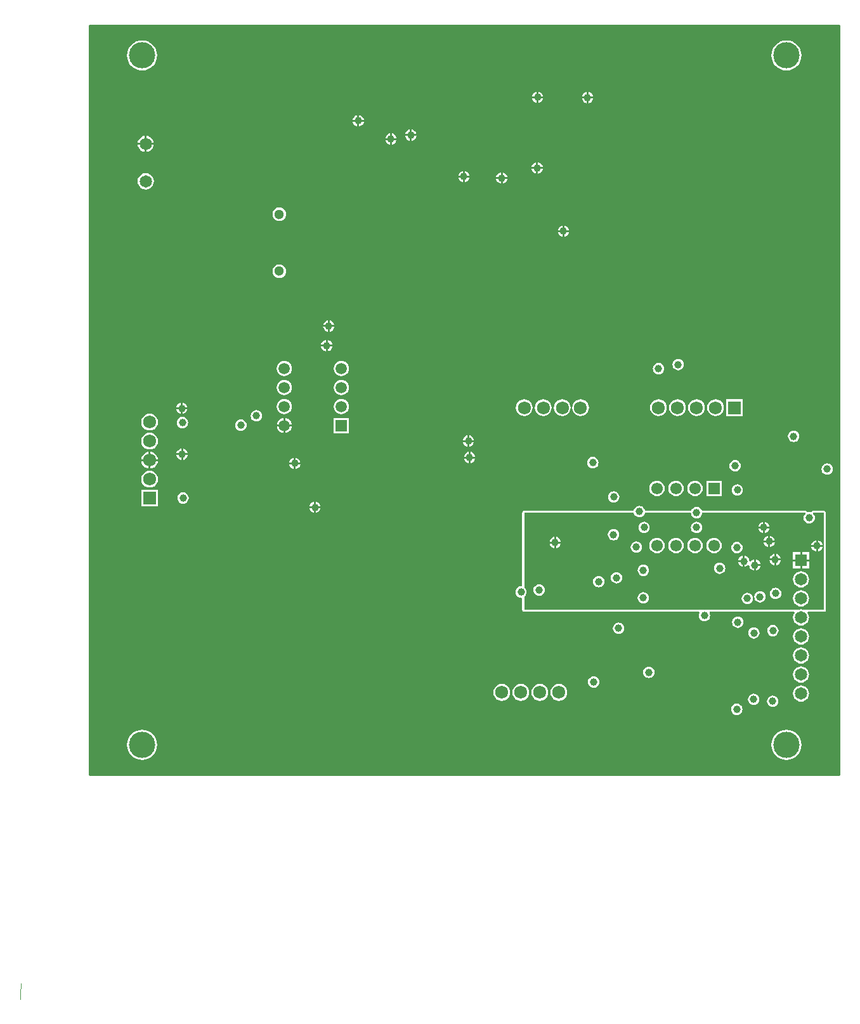
<source format=gbl>
G04*
G04 #@! TF.GenerationSoftware,Altium Limited,Altium Designer,20.2.7 (254)*
G04*
G04 Layer_Physical_Order=4*
G04 Layer_Color=16711680*
%FSLAX25Y25*%
%MOIN*%
G70*
G04*
G04 #@! TF.SameCoordinates,6A7C296C-3D1D-46A6-B2F7-2068CE29E54D*
G04*
G04*
G04 #@! TF.FilePolarity,Positive*
G04*
G01*
G75*
%ADD14C,0.01000*%
%ADD15C,0.00050*%
%ADD72C,0.06102*%
%ADD77R,0.06102X0.06102*%
%ADD86C,0.06791*%
%ADD87C,0.05118*%
%ADD88C,0.05906*%
%ADD89R,0.05906X0.05906*%
%ADD90R,0.06791X0.06791*%
%ADD91C,0.06496*%
%ADD92R,0.06496X0.06496*%
%ADD93R,0.06791X0.06791*%
%ADD94C,0.03937*%
%ADD95C,0.13780*%
G36*
X393701Y393701D02*
Y0D01*
X0D01*
Y393701D01*
X393701D01*
X393701Y393701D01*
D02*
G37*
%LPC*%
G36*
X366142Y385881D02*
X364595Y385728D01*
X363108Y385277D01*
X361737Y384545D01*
X360536Y383559D01*
X359550Y382357D01*
X358817Y380987D01*
X358366Y379499D01*
X358214Y377953D01*
X358366Y376406D01*
X358817Y374919D01*
X359550Y373548D01*
X360536Y372347D01*
X361737Y371361D01*
X363108Y370628D01*
X364595Y370177D01*
X366142Y370025D01*
X367688Y370177D01*
X369176Y370628D01*
X370546Y371361D01*
X371748Y372347D01*
X372734Y373548D01*
X373466Y374919D01*
X373917Y376406D01*
X374070Y377953D01*
X373917Y379499D01*
X373466Y380987D01*
X372734Y382357D01*
X371748Y383559D01*
X370546Y384545D01*
X369176Y385277D01*
X367688Y385728D01*
X366142Y385881D01*
D02*
G37*
G36*
X27559D02*
X26012Y385728D01*
X24525Y385277D01*
X23155Y384545D01*
X21953Y383559D01*
X20967Y382357D01*
X20235Y380987D01*
X19783Y379499D01*
X19631Y377953D01*
X19783Y376406D01*
X20235Y374919D01*
X20967Y373548D01*
X21953Y372347D01*
X23155Y371361D01*
X24525Y370628D01*
X26012Y370177D01*
X27559Y370025D01*
X29106Y370177D01*
X30593Y370628D01*
X31964Y371361D01*
X33165Y372347D01*
X34151Y373548D01*
X34883Y374919D01*
X35335Y376406D01*
X35487Y377953D01*
X35335Y379499D01*
X34883Y380987D01*
X34151Y382357D01*
X33165Y383559D01*
X31964Y384545D01*
X30593Y385277D01*
X29106Y385728D01*
X27559Y385881D01*
D02*
G37*
G36*
X235838Y358875D02*
Y356447D01*
X238266D01*
X238230Y356722D01*
X237931Y357444D01*
X237455Y358064D01*
X236835Y358540D01*
X236113Y358839D01*
X235838Y358875D01*
D02*
G37*
G36*
X234838D02*
X234563Y358839D01*
X233841Y358540D01*
X233221Y358064D01*
X232745Y357444D01*
X232446Y356722D01*
X232410Y356447D01*
X234838D01*
Y358875D01*
D02*
G37*
G36*
X262124Y358746D02*
Y356318D01*
X264552D01*
X264516Y356593D01*
X264217Y357315D01*
X263741Y357935D01*
X263121Y358411D01*
X262399Y358710D01*
X262124Y358746D01*
D02*
G37*
G36*
X261124D02*
X260849Y358710D01*
X260127Y358411D01*
X259507Y357935D01*
X259031Y357315D01*
X258732Y356593D01*
X258696Y356318D01*
X261124D01*
Y358746D01*
D02*
G37*
G36*
X238266Y355447D02*
X235838D01*
Y353018D01*
X236113Y353055D01*
X236835Y353354D01*
X237455Y353830D01*
X237931Y354450D01*
X238230Y355172D01*
X238266Y355447D01*
D02*
G37*
G36*
X234838D02*
X232410D01*
X232446Y355172D01*
X232745Y354450D01*
X233221Y353830D01*
X233841Y353354D01*
X234563Y353055D01*
X234838Y353018D01*
Y355447D01*
D02*
G37*
G36*
X264552Y355318D02*
X262124D01*
Y352889D01*
X262399Y352926D01*
X263121Y353225D01*
X263741Y353701D01*
X264217Y354321D01*
X264516Y355043D01*
X264552Y355318D01*
D02*
G37*
G36*
X261124D02*
X258696D01*
X258732Y355043D01*
X259031Y354321D01*
X259507Y353701D01*
X260127Y353225D01*
X260849Y352926D01*
X261124Y352889D01*
Y355318D01*
D02*
G37*
G36*
X141631Y346613D02*
Y344185D01*
X144059D01*
X144023Y344460D01*
X143724Y345182D01*
X143248Y345802D01*
X142628Y346278D01*
X141906Y346577D01*
X141631Y346613D01*
D02*
G37*
G36*
X140631D02*
X140356Y346577D01*
X139634Y346278D01*
X139014Y345802D01*
X138538Y345182D01*
X138239Y344460D01*
X138202Y344185D01*
X140631D01*
Y346613D01*
D02*
G37*
G36*
X144059Y343185D02*
X141631D01*
Y340756D01*
X141906Y340793D01*
X142628Y341092D01*
X143248Y341567D01*
X143724Y342188D01*
X144023Y342910D01*
X144059Y343185D01*
D02*
G37*
G36*
X140631D02*
X138202D01*
X138239Y342910D01*
X138538Y342188D01*
X139014Y341567D01*
X139634Y341092D01*
X140356Y340793D01*
X140631Y340756D01*
Y343185D01*
D02*
G37*
G36*
X169261Y339041D02*
Y336613D01*
X171689D01*
X171653Y336888D01*
X171353Y337610D01*
X170878Y338230D01*
X170258Y338706D01*
X169536Y339005D01*
X169261Y339041D01*
D02*
G37*
G36*
X168261D02*
X167986Y339005D01*
X167263Y338706D01*
X166643Y338230D01*
X166168Y337610D01*
X165868Y336888D01*
X165832Y336613D01*
X168261D01*
Y339041D01*
D02*
G37*
G36*
X158830Y336955D02*
Y334527D01*
X161259D01*
X161223Y334802D01*
X160924Y335524D01*
X160448Y336144D01*
X159828Y336620D01*
X159106Y336919D01*
X158830Y336955D01*
D02*
G37*
G36*
X157831D02*
X157556Y336919D01*
X156834Y336620D01*
X156213Y336144D01*
X155737Y335524D01*
X155438Y334802D01*
X155402Y334527D01*
X157831D01*
Y336955D01*
D02*
G37*
G36*
X171689Y335613D02*
X169261D01*
Y333184D01*
X169536Y333221D01*
X170258Y333520D01*
X170878Y333995D01*
X171353Y334615D01*
X171653Y335338D01*
X171689Y335613D01*
D02*
G37*
G36*
X168261D02*
X165832D01*
X165868Y335338D01*
X166168Y334615D01*
X166643Y333995D01*
X167263Y333520D01*
X167986Y333221D01*
X168261Y333184D01*
Y335613D01*
D02*
G37*
G36*
X29904Y335749D02*
Y332031D01*
X33623D01*
X33543Y332640D01*
X33115Y333673D01*
X32434Y334560D01*
X31547Y335241D01*
X30514Y335669D01*
X29904Y335749D01*
D02*
G37*
G36*
X28905Y335749D02*
X28295Y335669D01*
X27262Y335241D01*
X26375Y334560D01*
X25694Y333673D01*
X25266Y332640D01*
X25186Y332031D01*
X28905D01*
Y335749D01*
D02*
G37*
G36*
X161259Y333527D02*
X158830D01*
Y331098D01*
X159106Y331135D01*
X159828Y331434D01*
X160448Y331909D01*
X160924Y332529D01*
X161223Y333252D01*
X161259Y333527D01*
D02*
G37*
G36*
X157831D02*
X155402D01*
X155438Y333252D01*
X155737Y332529D01*
X156213Y331909D01*
X156834Y331434D01*
X157556Y331135D01*
X157831Y331098D01*
Y333527D01*
D02*
G37*
G36*
X33623Y331031D02*
X29904D01*
Y327312D01*
X30514Y327392D01*
X31547Y327820D01*
X32434Y328501D01*
X33115Y329388D01*
X33543Y330422D01*
X33623Y331031D01*
D02*
G37*
G36*
X28905D02*
X25186D01*
X25266Y330422D01*
X25694Y329388D01*
X26375Y328501D01*
X27262Y327820D01*
X28295Y327392D01*
X28905Y327312D01*
Y331031D01*
D02*
G37*
G36*
X235644Y321739D02*
Y319310D01*
X238072D01*
X238036Y319585D01*
X237737Y320308D01*
X237261Y320928D01*
X236641Y321404D01*
X235919Y321703D01*
X235644Y321739D01*
D02*
G37*
G36*
X234644D02*
X234369Y321703D01*
X233647Y321404D01*
X233027Y320928D01*
X232551Y320308D01*
X232252Y319585D01*
X232216Y319310D01*
X234644D01*
Y321739D01*
D02*
G37*
G36*
X238072Y318310D02*
X235644D01*
Y315882D01*
X235919Y315918D01*
X236641Y316217D01*
X237261Y316693D01*
X237737Y317314D01*
X238036Y318036D01*
X238072Y318310D01*
D02*
G37*
G36*
X234644D02*
X232216D01*
X232252Y318036D01*
X232551Y317314D01*
X233027Y316693D01*
X233647Y316217D01*
X234369Y315918D01*
X234644Y315882D01*
Y318310D01*
D02*
G37*
G36*
X197152Y317218D02*
Y314790D01*
X199580D01*
X199544Y315065D01*
X199245Y315787D01*
X198769Y316407D01*
X198149Y316883D01*
X197427Y317182D01*
X197152Y317218D01*
D02*
G37*
G36*
X196152D02*
X195877Y317182D01*
X195155Y316883D01*
X194535Y316407D01*
X194059Y315787D01*
X193760Y315065D01*
X193723Y314790D01*
X196152D01*
Y317218D01*
D02*
G37*
G36*
X217044Y316443D02*
Y314015D01*
X219472D01*
X219436Y314289D01*
X219137Y315012D01*
X218661Y315632D01*
X218041Y316108D01*
X217319Y316407D01*
X217044Y316443D01*
D02*
G37*
G36*
X216044D02*
X215769Y316407D01*
X215047Y316108D01*
X214426Y315632D01*
X213951Y315012D01*
X213652Y314289D01*
X213615Y314015D01*
X216044D01*
Y316443D01*
D02*
G37*
G36*
X199580Y313790D02*
X197152D01*
Y311361D01*
X197427Y311398D01*
X198149Y311697D01*
X198769Y312173D01*
X199245Y312793D01*
X199544Y313515D01*
X199580Y313790D01*
D02*
G37*
G36*
X196152D02*
X193723D01*
X193760Y313515D01*
X194059Y312793D01*
X194535Y312173D01*
X195155Y311697D01*
X195877Y311398D01*
X196152Y311361D01*
Y313790D01*
D02*
G37*
G36*
X219472Y313015D02*
X217044D01*
Y310586D01*
X217319Y310623D01*
X218041Y310922D01*
X218661Y311397D01*
X219137Y312017D01*
X219436Y312740D01*
X219472Y313015D01*
D02*
G37*
G36*
X216044D02*
X213615D01*
X213652Y312740D01*
X213951Y312017D01*
X214426Y311397D01*
X215047Y310922D01*
X215769Y310623D01*
X216044Y310586D01*
Y313015D01*
D02*
G37*
G36*
X29405Y316130D02*
X28295Y315984D01*
X27262Y315556D01*
X26375Y314875D01*
X25694Y313988D01*
X25266Y312954D01*
X25120Y311845D01*
X25266Y310736D01*
X25694Y309703D01*
X26375Y308816D01*
X27262Y308135D01*
X28295Y307707D01*
X29405Y307561D01*
X30514Y307707D01*
X31547Y308135D01*
X32434Y308816D01*
X33115Y309703D01*
X33543Y310736D01*
X33689Y311845D01*
X33543Y312954D01*
X33115Y313988D01*
X32434Y314875D01*
X31547Y315556D01*
X30514Y315984D01*
X29405Y316130D01*
D02*
G37*
G36*
X99595Y298160D02*
X98666Y298037D01*
X97801Y297679D01*
X97057Y297108D01*
X96487Y296365D01*
X96128Y295499D01*
X96006Y294570D01*
X96128Y293641D01*
X96487Y292775D01*
X97057Y292032D01*
X97801Y291461D01*
X98666Y291103D01*
X99595Y290980D01*
X100525Y291103D01*
X101390Y291461D01*
X102134Y292032D01*
X102704Y292775D01*
X103063Y293641D01*
X103185Y294570D01*
X103063Y295499D01*
X102704Y296365D01*
X102134Y297108D01*
X101390Y297679D01*
X100525Y298037D01*
X99595Y298160D01*
D02*
G37*
G36*
X249433Y288508D02*
Y286080D01*
X251861D01*
X251825Y286355D01*
X251526Y287077D01*
X251050Y287697D01*
X250430Y288173D01*
X249708Y288472D01*
X249433Y288508D01*
D02*
G37*
G36*
X248433D02*
X248158Y288472D01*
X247435Y288173D01*
X246815Y287697D01*
X246340Y287077D01*
X246041Y286355D01*
X246004Y286080D01*
X248433D01*
Y288508D01*
D02*
G37*
G36*
X251861Y285080D02*
X249433D01*
Y282651D01*
X249708Y282688D01*
X250430Y282987D01*
X251050Y283463D01*
X251526Y284083D01*
X251825Y284805D01*
X251861Y285080D01*
D02*
G37*
G36*
X248433D02*
X246004D01*
X246041Y284805D01*
X246340Y284083D01*
X246815Y283463D01*
X247435Y282987D01*
X248158Y282688D01*
X248433Y282651D01*
Y285080D01*
D02*
G37*
G36*
X99595Y268238D02*
X98666Y268116D01*
X97801Y267758D01*
X97057Y267187D01*
X96487Y266443D01*
X96128Y265578D01*
X96006Y264649D01*
X96128Y263720D01*
X96487Y262854D01*
X97057Y262110D01*
X97801Y261540D01*
X98666Y261181D01*
X99595Y261059D01*
X100525Y261181D01*
X101390Y261540D01*
X102134Y262110D01*
X102704Y262854D01*
X103063Y263720D01*
X103185Y264649D01*
X103063Y265578D01*
X102704Y266443D01*
X102134Y267187D01*
X101390Y267758D01*
X100525Y268116D01*
X99595Y268238D01*
D02*
G37*
G36*
X126097Y238710D02*
Y236282D01*
X128525D01*
X128489Y236557D01*
X128190Y237279D01*
X127714Y237899D01*
X127094Y238375D01*
X126372Y238674D01*
X126097Y238710D01*
D02*
G37*
G36*
X125097D02*
X124822Y238674D01*
X124100Y238375D01*
X123479Y237899D01*
X123004Y237279D01*
X122705Y236557D01*
X122668Y236282D01*
X125097D01*
Y238710D01*
D02*
G37*
G36*
X128525Y235282D02*
X126097D01*
Y232853D01*
X126372Y232890D01*
X127094Y233189D01*
X127714Y233664D01*
X128190Y234285D01*
X128489Y235007D01*
X128525Y235282D01*
D02*
G37*
G36*
X125097D02*
X122668D01*
X122705Y235007D01*
X123004Y234285D01*
X123479Y233664D01*
X124100Y233189D01*
X124822Y232890D01*
X125097Y232853D01*
Y235282D01*
D02*
G37*
G36*
X125058Y228425D02*
Y225997D01*
X127486D01*
X127450Y226272D01*
X127151Y226994D01*
X126675Y227614D01*
X126055Y228090D01*
X125333Y228389D01*
X125058Y228425D01*
D02*
G37*
G36*
X124058D02*
X123783Y228389D01*
X123061Y228090D01*
X122441Y227614D01*
X121965Y226994D01*
X121666Y226272D01*
X121630Y225997D01*
X124058D01*
Y228425D01*
D02*
G37*
G36*
X127486Y224997D02*
X125058D01*
Y222569D01*
X125333Y222605D01*
X126055Y222904D01*
X126675Y223380D01*
X127151Y224000D01*
X127450Y224722D01*
X127486Y224997D01*
D02*
G37*
G36*
X124058D02*
X121630D01*
X121666Y224722D01*
X121965Y224000D01*
X122441Y223380D01*
X123061Y222904D01*
X123783Y222605D01*
X124058Y222569D01*
Y224997D01*
D02*
G37*
G36*
X309251Y218513D02*
X308476Y218410D01*
X307753Y218111D01*
X307133Y217636D01*
X306658Y217016D01*
X306359Y216293D01*
X306256Y215518D01*
X306359Y214743D01*
X306658Y214021D01*
X307133Y213401D01*
X307753Y212926D01*
X308476Y212626D01*
X309251Y212524D01*
X310026Y212626D01*
X310748Y212926D01*
X311368Y213401D01*
X311843Y214021D01*
X312143Y214743D01*
X312245Y215518D01*
X312143Y216293D01*
X311843Y217016D01*
X311368Y217636D01*
X310748Y218111D01*
X310026Y218410D01*
X309251Y218513D01*
D02*
G37*
G36*
X298916Y216374D02*
X298141Y216272D01*
X297419Y215973D01*
X296799Y215497D01*
X296323Y214877D01*
X296024Y214155D01*
X295922Y213380D01*
X296024Y212605D01*
X296323Y211883D01*
X296799Y211263D01*
X297419Y210787D01*
X298141Y210488D01*
X298916Y210386D01*
X299691Y210488D01*
X300413Y210787D01*
X301033Y211263D01*
X301509Y211883D01*
X301808Y212605D01*
X301910Y213380D01*
X301808Y214155D01*
X301509Y214877D01*
X301033Y215497D01*
X300413Y215973D01*
X299691Y216272D01*
X298916Y216374D01*
D02*
G37*
G36*
X132287Y217496D02*
X131255Y217360D01*
X130293Y216962D01*
X129468Y216329D01*
X128834Y215503D01*
X128436Y214541D01*
X128300Y213509D01*
X128436Y212478D01*
X128834Y211516D01*
X129468Y210690D01*
X130293Y210057D01*
X131255Y209658D01*
X132287Y209523D01*
X133319Y209658D01*
X134280Y210057D01*
X135106Y210690D01*
X135740Y211516D01*
X136138Y212478D01*
X136274Y213509D01*
X136138Y214541D01*
X135740Y215503D01*
X135106Y216329D01*
X134280Y216962D01*
X133319Y217360D01*
X132287Y217496D01*
D02*
G37*
G36*
X102287D02*
X101255Y217360D01*
X100293Y216962D01*
X99468Y216329D01*
X98834Y215503D01*
X98436Y214541D01*
X98300Y213509D01*
X98436Y212478D01*
X98834Y211516D01*
X99468Y210690D01*
X100293Y210057D01*
X101255Y209658D01*
X102287Y209523D01*
X103319Y209658D01*
X104280Y210057D01*
X105106Y210690D01*
X105739Y211516D01*
X106138Y212478D01*
X106274Y213509D01*
X106138Y214541D01*
X105739Y215503D01*
X105106Y216329D01*
X104280Y216962D01*
X103319Y217360D01*
X102287Y217496D01*
D02*
G37*
G36*
X132287Y207496D02*
X131255Y207360D01*
X130293Y206962D01*
X129468Y206329D01*
X128834Y205503D01*
X128436Y204541D01*
X128300Y203509D01*
X128436Y202478D01*
X128834Y201516D01*
X129468Y200690D01*
X130293Y200057D01*
X131255Y199658D01*
X132287Y199523D01*
X133319Y199658D01*
X134280Y200057D01*
X135106Y200690D01*
X135740Y201516D01*
X136138Y202478D01*
X136274Y203509D01*
X136138Y204541D01*
X135740Y205503D01*
X135106Y206329D01*
X134280Y206962D01*
X133319Y207360D01*
X132287Y207496D01*
D02*
G37*
G36*
X102287D02*
X101255Y207360D01*
X100293Y206962D01*
X99468Y206329D01*
X98834Y205503D01*
X98436Y204541D01*
X98300Y203509D01*
X98436Y202478D01*
X98834Y201516D01*
X99468Y200690D01*
X100293Y200057D01*
X101255Y199658D01*
X102287Y199523D01*
X103319Y199658D01*
X104280Y200057D01*
X105106Y200690D01*
X105739Y201516D01*
X106138Y202478D01*
X106274Y203509D01*
X106138Y204541D01*
X105739Y205503D01*
X105106Y206329D01*
X104280Y206962D01*
X103319Y207360D01*
X102287Y207496D01*
D02*
G37*
G36*
X48881Y195505D02*
Y193077D01*
X51309D01*
X51273Y193352D01*
X50974Y194074D01*
X50498Y194694D01*
X49878Y195170D01*
X49156Y195469D01*
X48881Y195505D01*
D02*
G37*
G36*
X47881D02*
X47606Y195469D01*
X46883Y195170D01*
X46263Y194694D01*
X45788Y194074D01*
X45489Y193352D01*
X45452Y193077D01*
X47881D01*
Y195505D01*
D02*
G37*
G36*
X51309Y192077D02*
X48881D01*
Y189648D01*
X49156Y189685D01*
X49878Y189984D01*
X50498Y190460D01*
X50974Y191080D01*
X51273Y191802D01*
X51309Y192077D01*
D02*
G37*
G36*
X47881D02*
X45452D01*
X45489Y191802D01*
X45788Y191080D01*
X46263Y190460D01*
X46883Y189984D01*
X47606Y189685D01*
X47881Y189648D01*
Y192077D01*
D02*
G37*
G36*
X132287Y197496D02*
X131255Y197360D01*
X130293Y196962D01*
X129468Y196329D01*
X128834Y195503D01*
X128436Y194541D01*
X128300Y193509D01*
X128436Y192478D01*
X128834Y191516D01*
X129468Y190690D01*
X130293Y190057D01*
X131255Y189658D01*
X132287Y189523D01*
X133319Y189658D01*
X134280Y190057D01*
X135106Y190690D01*
X135740Y191516D01*
X136138Y192478D01*
X136274Y193509D01*
X136138Y194541D01*
X135740Y195503D01*
X135106Y196329D01*
X134280Y196962D01*
X133319Y197360D01*
X132287Y197496D01*
D02*
G37*
G36*
X102287D02*
X101255Y197360D01*
X100293Y196962D01*
X99468Y196329D01*
X98834Y195503D01*
X98436Y194541D01*
X98300Y193509D01*
X98436Y192478D01*
X98834Y191516D01*
X99468Y190690D01*
X100293Y190057D01*
X101255Y189658D01*
X102287Y189523D01*
X103319Y189658D01*
X104280Y190057D01*
X105106Y190690D01*
X105739Y191516D01*
X106138Y192478D01*
X106274Y193509D01*
X106138Y194541D01*
X105739Y195503D01*
X105106Y196329D01*
X104280Y196962D01*
X103319Y197360D01*
X102287Y197496D01*
D02*
G37*
G36*
X343293Y197309D02*
X334502D01*
Y188518D01*
X343293D01*
Y197309D01*
D02*
G37*
G36*
X328898Y197347D02*
X327750Y197196D01*
X326681Y196753D01*
X325763Y196048D01*
X325058Y195130D01*
X324615Y194061D01*
X324464Y192913D01*
X324615Y191766D01*
X325058Y190697D01*
X325763Y189778D01*
X326681Y189074D01*
X327750Y188631D01*
X328898Y188480D01*
X330045Y188631D01*
X331114Y189074D01*
X332033Y189778D01*
X332737Y190697D01*
X333180Y191766D01*
X333331Y192913D01*
X333180Y194061D01*
X332737Y195130D01*
X332033Y196048D01*
X331114Y196753D01*
X330045Y197196D01*
X328898Y197347D01*
D02*
G37*
G36*
X318898D02*
X317750Y197196D01*
X316681Y196753D01*
X315763Y196048D01*
X315058Y195130D01*
X314615Y194061D01*
X314464Y192913D01*
X314615Y191766D01*
X315058Y190697D01*
X315763Y189778D01*
X316681Y189074D01*
X317750Y188631D01*
X318898Y188480D01*
X320045Y188631D01*
X321114Y189074D01*
X322033Y189778D01*
X322737Y190697D01*
X323180Y191766D01*
X323331Y192913D01*
X323180Y194061D01*
X322737Y195130D01*
X322033Y196048D01*
X321114Y196753D01*
X320045Y197196D01*
X318898Y197347D01*
D02*
G37*
G36*
X308898D02*
X307750Y197196D01*
X306681Y196753D01*
X305763Y196048D01*
X305058Y195130D01*
X304615Y194061D01*
X304464Y192913D01*
X304615Y191766D01*
X305058Y190697D01*
X305763Y189778D01*
X306681Y189074D01*
X307750Y188631D01*
X308898Y188480D01*
X310045Y188631D01*
X311114Y189074D01*
X312033Y189778D01*
X312737Y190697D01*
X313180Y191766D01*
X313331Y192913D01*
X313180Y194061D01*
X312737Y195130D01*
X312033Y196048D01*
X311114Y196753D01*
X310045Y197196D01*
X308898Y197347D01*
D02*
G37*
G36*
X298898D02*
X297750Y197196D01*
X296681Y196753D01*
X295763Y196048D01*
X295058Y195130D01*
X294615Y194061D01*
X294464Y192913D01*
X294615Y191766D01*
X295058Y190697D01*
X295763Y189778D01*
X296681Y189074D01*
X297750Y188631D01*
X298898Y188480D01*
X300045Y188631D01*
X301114Y189074D01*
X302033Y189778D01*
X302737Y190697D01*
X303180Y191766D01*
X303331Y192913D01*
X303180Y194061D01*
X302737Y195130D01*
X302033Y196048D01*
X301114Y196753D01*
X300045Y197196D01*
X298898Y197347D01*
D02*
G37*
G36*
X257953D02*
X256805Y197196D01*
X255736Y196753D01*
X254818Y196048D01*
X254113Y195130D01*
X253670Y194061D01*
X253519Y192913D01*
X253670Y191766D01*
X254113Y190697D01*
X254818Y189778D01*
X255736Y189074D01*
X256805Y188631D01*
X257953Y188480D01*
X259100Y188631D01*
X260170Y189074D01*
X261088Y189778D01*
X261792Y190697D01*
X262235Y191766D01*
X262386Y192913D01*
X262235Y194061D01*
X261792Y195130D01*
X261088Y196048D01*
X260170Y196753D01*
X259100Y197196D01*
X257953Y197347D01*
D02*
G37*
G36*
X248346D02*
X247199Y197196D01*
X246130Y196753D01*
X245211Y196048D01*
X244507Y195130D01*
X244064Y194061D01*
X243913Y192913D01*
X244064Y191766D01*
X244507Y190697D01*
X245211Y189778D01*
X246130Y189074D01*
X247199Y188631D01*
X248346Y188480D01*
X249494Y188631D01*
X250563Y189074D01*
X251482Y189778D01*
X252186Y190697D01*
X252629Y191766D01*
X252780Y192913D01*
X252629Y194061D01*
X252186Y195130D01*
X251482Y196048D01*
X250563Y196753D01*
X249494Y197196D01*
X248346Y197347D01*
D02*
G37*
G36*
X238347D02*
X237199Y197196D01*
X236130Y196753D01*
X235211Y196048D01*
X234507Y195130D01*
X234064Y194061D01*
X233913Y192913D01*
X234064Y191766D01*
X234507Y190697D01*
X235211Y189778D01*
X236130Y189074D01*
X237199Y188631D01*
X238347Y188480D01*
X239494Y188631D01*
X240563Y189074D01*
X241481Y189778D01*
X242186Y190697D01*
X242629Y191766D01*
X242780Y192913D01*
X242629Y194061D01*
X242186Y195130D01*
X241481Y196048D01*
X240563Y196753D01*
X239494Y197196D01*
X238347Y197347D01*
D02*
G37*
G36*
X228346D02*
X227199Y197196D01*
X226130Y196753D01*
X225211Y196048D01*
X224507Y195130D01*
X224064Y194061D01*
X223913Y192913D01*
X224064Y191766D01*
X224507Y190697D01*
X225211Y189778D01*
X226130Y189074D01*
X227199Y188631D01*
X228346Y188480D01*
X229494Y188631D01*
X230563Y189074D01*
X231482Y189778D01*
X232186Y190697D01*
X232629Y191766D01*
X232780Y192913D01*
X232629Y194061D01*
X232186Y195130D01*
X231482Y196048D01*
X230563Y196753D01*
X229494Y197196D01*
X228346Y197347D01*
D02*
G37*
G36*
X87586Y191601D02*
X86811Y191499D01*
X86089Y191200D01*
X85469Y190724D01*
X84993Y190104D01*
X84694Y189382D01*
X84592Y188607D01*
X84694Y187832D01*
X84993Y187110D01*
X85469Y186490D01*
X86089Y186014D01*
X86811Y185715D01*
X87586Y185613D01*
X88361Y185715D01*
X89083Y186014D01*
X89704Y186490D01*
X90179Y187110D01*
X90478Y187832D01*
X90580Y188607D01*
X90478Y189382D01*
X90179Y190104D01*
X89704Y190724D01*
X89083Y191200D01*
X88361Y191499D01*
X87586Y191601D01*
D02*
G37*
G36*
X102787Y187431D02*
Y184009D01*
X106208D01*
X106138Y184541D01*
X105739Y185503D01*
X105106Y186329D01*
X104280Y186962D01*
X103319Y187360D01*
X102787Y187431D01*
D02*
G37*
G36*
X101787D02*
X101255Y187360D01*
X100293Y186962D01*
X99468Y186329D01*
X98834Y185503D01*
X98436Y184541D01*
X98366Y184009D01*
X101787D01*
Y187431D01*
D02*
G37*
G36*
X48761Y188055D02*
X47986Y187953D01*
X47264Y187654D01*
X46644Y187178D01*
X46168Y186558D01*
X45869Y185836D01*
X45767Y185061D01*
X45869Y184286D01*
X46168Y183564D01*
X46644Y182944D01*
X47264Y182468D01*
X47986Y182169D01*
X48761Y182067D01*
X49536Y182169D01*
X50258Y182468D01*
X50878Y182944D01*
X51354Y183564D01*
X51653Y184286D01*
X51755Y185061D01*
X51653Y185836D01*
X51354Y186558D01*
X50878Y187178D01*
X50258Y187654D01*
X49536Y187953D01*
X48761Y188055D01*
D02*
G37*
G36*
X31496Y189788D02*
X30349Y189637D01*
X29279Y189194D01*
X28361Y188489D01*
X27656Y187571D01*
X27213Y186502D01*
X27062Y185354D01*
X27213Y184207D01*
X27656Y183138D01*
X28361Y182219D01*
X29279Y181515D01*
X30349Y181072D01*
X31496Y180921D01*
X32644Y181072D01*
X33713Y181515D01*
X34631Y182219D01*
X35336Y183138D01*
X35779Y184207D01*
X35930Y185354D01*
X35779Y186502D01*
X35336Y187571D01*
X34631Y188489D01*
X33713Y189194D01*
X32644Y189637D01*
X31496Y189788D01*
D02*
G37*
G36*
X79447Y186737D02*
X78672Y186635D01*
X77950Y186336D01*
X77330Y185860D01*
X76854Y185240D01*
X76555Y184518D01*
X76453Y183743D01*
X76555Y182968D01*
X76854Y182246D01*
X77330Y181626D01*
X77950Y181150D01*
X78672Y180851D01*
X79447Y180749D01*
X80222Y180851D01*
X80944Y181150D01*
X81564Y181626D01*
X82040Y182246D01*
X82339Y182968D01*
X82441Y183743D01*
X82339Y184518D01*
X82040Y185240D01*
X81564Y185860D01*
X80944Y186336D01*
X80222Y186635D01*
X79447Y186737D01*
D02*
G37*
G36*
X106208Y183009D02*
X102787D01*
Y179588D01*
X103319Y179658D01*
X104280Y180057D01*
X105106Y180690D01*
X105739Y181516D01*
X106138Y182478D01*
X106208Y183009D01*
D02*
G37*
G36*
X101787D02*
X98366D01*
X98436Y182478D01*
X98834Y181516D01*
X99468Y180690D01*
X100293Y180057D01*
X101255Y179658D01*
X101787Y179588D01*
Y183009D01*
D02*
G37*
G36*
X136240Y187462D02*
X128334D01*
Y179557D01*
X136240D01*
Y187462D01*
D02*
G37*
G36*
X199523Y178330D02*
Y175902D01*
X201952D01*
X201915Y176177D01*
X201616Y176899D01*
X201140Y177519D01*
X200520Y177995D01*
X199798Y178294D01*
X199523Y178330D01*
D02*
G37*
G36*
X198523D02*
X198248Y178294D01*
X197526Y177995D01*
X196906Y177519D01*
X196430Y176899D01*
X196131Y176177D01*
X196095Y175902D01*
X198523D01*
Y178330D01*
D02*
G37*
G36*
X369968Y180820D02*
X369193Y180718D01*
X368471Y180419D01*
X367851Y179943D01*
X367375Y179323D01*
X367076Y178601D01*
X366974Y177826D01*
X367076Y177051D01*
X367375Y176329D01*
X367851Y175708D01*
X368471Y175233D01*
X369193Y174934D01*
X369968Y174831D01*
X370743Y174934D01*
X371465Y175233D01*
X372085Y175708D01*
X372561Y176329D01*
X372860Y177051D01*
X372962Y177826D01*
X372860Y178601D01*
X372561Y179323D01*
X372085Y179943D01*
X371465Y180419D01*
X370743Y180718D01*
X369968Y180820D01*
D02*
G37*
G36*
X201952Y174902D02*
X199523D01*
Y172474D01*
X199798Y172510D01*
X200520Y172809D01*
X201140Y173285D01*
X201616Y173905D01*
X201915Y174627D01*
X201952Y174902D01*
D02*
G37*
G36*
X198523D02*
X196095D01*
X196131Y174627D01*
X196430Y173905D01*
X196906Y173285D01*
X197526Y172809D01*
X198248Y172510D01*
X198523Y172474D01*
Y174902D01*
D02*
G37*
G36*
X31496Y179788D02*
X30349Y179637D01*
X29279Y179194D01*
X28361Y178489D01*
X27656Y177571D01*
X27213Y176502D01*
X27062Y175354D01*
X27213Y174207D01*
X27656Y173137D01*
X28361Y172219D01*
X29279Y171515D01*
X30349Y171072D01*
X31496Y170921D01*
X32644Y171072D01*
X33713Y171515D01*
X34631Y172219D01*
X35336Y173137D01*
X35779Y174207D01*
X35930Y175354D01*
X35779Y176502D01*
X35336Y177571D01*
X34631Y178489D01*
X33713Y179194D01*
X32644Y179637D01*
X31496Y179788D01*
D02*
G37*
G36*
X49033Y171352D02*
Y168924D01*
X51461D01*
X51425Y169199D01*
X51126Y169921D01*
X50650Y170541D01*
X50030Y171017D01*
X49308Y171316D01*
X49033Y171352D01*
D02*
G37*
G36*
X48033D02*
X47758Y171316D01*
X47036Y171017D01*
X46416Y170541D01*
X45940Y169921D01*
X45641Y169199D01*
X45605Y168924D01*
X48033D01*
Y171352D01*
D02*
G37*
G36*
X200098Y169646D02*
Y167217D01*
X202526D01*
X202490Y167492D01*
X202191Y168214D01*
X201715Y168835D01*
X201095Y169310D01*
X200373Y169609D01*
X200098Y169646D01*
D02*
G37*
G36*
X199098D02*
X198823Y169609D01*
X198101Y169310D01*
X197481Y168835D01*
X197005Y168214D01*
X196706Y167492D01*
X196670Y167217D01*
X199098D01*
Y169646D01*
D02*
G37*
G36*
X31996Y169722D02*
Y165854D01*
X35864D01*
X35779Y166502D01*
X35336Y167571D01*
X34631Y168489D01*
X33713Y169194D01*
X32644Y169637D01*
X31996Y169722D01*
D02*
G37*
G36*
X30996Y169722D02*
X30349Y169637D01*
X29279Y169194D01*
X28361Y168489D01*
X27656Y167571D01*
X27213Y166502D01*
X27128Y165854D01*
X30996D01*
Y169722D01*
D02*
G37*
G36*
X51461Y167924D02*
X49033D01*
Y165496D01*
X49308Y165532D01*
X50030Y165831D01*
X50650Y166307D01*
X51126Y166927D01*
X51425Y167649D01*
X51461Y167924D01*
D02*
G37*
G36*
X48033D02*
X45605D01*
X45641Y167649D01*
X45940Y166927D01*
X46416Y166307D01*
X47036Y165831D01*
X47758Y165532D01*
X48033Y165496D01*
Y167924D01*
D02*
G37*
G36*
X108252Y166557D02*
Y164129D01*
X110680D01*
X110644Y164404D01*
X110345Y165126D01*
X109869Y165746D01*
X109249Y166222D01*
X108527Y166521D01*
X108252Y166557D01*
D02*
G37*
G36*
X107252D02*
X106977Y166521D01*
X106255Y166222D01*
X105635Y165746D01*
X105159Y165126D01*
X104860Y164404D01*
X104824Y164129D01*
X107252D01*
Y166557D01*
D02*
G37*
G36*
X202526Y166217D02*
X200098D01*
Y163789D01*
X200373Y163825D01*
X201095Y164124D01*
X201715Y164600D01*
X202191Y165220D01*
X202490Y165943D01*
X202526Y166217D01*
D02*
G37*
G36*
X199098D02*
X196670D01*
X196706Y165943D01*
X197005Y165220D01*
X197481Y164600D01*
X198101Y164124D01*
X198823Y163825D01*
X199098Y163789D01*
Y166217D01*
D02*
G37*
G36*
X264437Y167016D02*
X263662Y166914D01*
X262940Y166615D01*
X262319Y166140D01*
X261843Y165519D01*
X261544Y164797D01*
X261442Y164022D01*
X261544Y163248D01*
X261843Y162525D01*
X262319Y161905D01*
X262940Y161429D01*
X263662Y161130D01*
X264437Y161028D01*
X265212Y161130D01*
X265934Y161429D01*
X266554Y161905D01*
X267030Y162525D01*
X267329Y163248D01*
X267431Y164022D01*
X267329Y164797D01*
X267030Y165519D01*
X266554Y166140D01*
X265934Y166615D01*
X265212Y166914D01*
X264437Y167016D01*
D02*
G37*
G36*
X30996Y164854D02*
X27128D01*
X27213Y164207D01*
X27656Y163137D01*
X28361Y162219D01*
X29279Y161515D01*
X30349Y161072D01*
X30996Y160987D01*
Y164854D01*
D02*
G37*
G36*
X35864D02*
X31996D01*
Y160987D01*
X32644Y161072D01*
X33713Y161515D01*
X34631Y162219D01*
X35336Y163137D01*
X35779Y164207D01*
X35864Y164854D01*
D02*
G37*
G36*
X110680Y163129D02*
X108252D01*
Y160701D01*
X108527Y160737D01*
X109249Y161036D01*
X109869Y161512D01*
X110345Y162132D01*
X110644Y162854D01*
X110680Y163129D01*
D02*
G37*
G36*
X107252D02*
X104824D01*
X104860Y162854D01*
X105159Y162132D01*
X105635Y161512D01*
X106255Y161036D01*
X106977Y160737D01*
X107252Y160701D01*
Y163129D01*
D02*
G37*
G36*
X339194Y165371D02*
X338419Y165269D01*
X337697Y164970D01*
X337077Y164494D01*
X336601Y163874D01*
X336302Y163152D01*
X336200Y162377D01*
X336302Y161602D01*
X336601Y160880D01*
X337077Y160259D01*
X337697Y159784D01*
X338419Y159485D01*
X339194Y159383D01*
X339969Y159485D01*
X340691Y159784D01*
X341311Y160259D01*
X341787Y160880D01*
X342086Y161602D01*
X342188Y162377D01*
X342086Y163152D01*
X341787Y163874D01*
X341311Y164494D01*
X340691Y164970D01*
X339969Y165269D01*
X339194Y165371D01*
D02*
G37*
G36*
X387592Y163674D02*
X386817Y163572D01*
X386095Y163273D01*
X385475Y162797D01*
X384999Y162177D01*
X384700Y161455D01*
X384598Y160680D01*
X384700Y159905D01*
X384999Y159183D01*
X385475Y158563D01*
X386095Y158087D01*
X386817Y157788D01*
X387592Y157686D01*
X388367Y157788D01*
X389089Y158087D01*
X389709Y158563D01*
X390185Y159183D01*
X390484Y159905D01*
X390586Y160680D01*
X390484Y161455D01*
X390185Y162177D01*
X389709Y162797D01*
X389089Y163273D01*
X388367Y163572D01*
X387592Y163674D01*
D02*
G37*
G36*
X31496Y159788D02*
X30349Y159637D01*
X29279Y159194D01*
X28361Y158489D01*
X27656Y157571D01*
X27213Y156502D01*
X27062Y155354D01*
X27213Y154207D01*
X27656Y153138D01*
X28361Y152219D01*
X29279Y151515D01*
X30349Y151072D01*
X31496Y150921D01*
X32644Y151072D01*
X33713Y151515D01*
X34631Y152219D01*
X35336Y153138D01*
X35779Y154207D01*
X35930Y155354D01*
X35779Y156502D01*
X35336Y157571D01*
X34631Y158489D01*
X33713Y159194D01*
X32644Y159637D01*
X31496Y159788D01*
D02*
G37*
G36*
X340341Y152626D02*
X339566Y152524D01*
X338844Y152224D01*
X338224Y151749D01*
X337748Y151128D01*
X337449Y150406D01*
X337347Y149631D01*
X337449Y148856D01*
X337748Y148134D01*
X338224Y147514D01*
X338844Y147038D01*
X339566Y146739D01*
X340341Y146637D01*
X341116Y146739D01*
X341838Y147038D01*
X342458Y147514D01*
X342934Y148134D01*
X343233Y148856D01*
X343335Y149631D01*
X343233Y150406D01*
X342934Y151128D01*
X342458Y151749D01*
X341838Y152224D01*
X341116Y152524D01*
X340341Y152626D01*
D02*
G37*
G36*
X332158Y154541D02*
X324056D01*
Y146439D01*
X332158D01*
Y154541D01*
D02*
G37*
G36*
X318107Y154576D02*
X317049Y154437D01*
X316064Y154029D01*
X315218Y153379D01*
X314568Y152533D01*
X314160Y151548D01*
X314021Y150490D01*
X314160Y149432D01*
X314568Y148447D01*
X315218Y147601D01*
X316064Y146951D01*
X317049Y146543D01*
X318107Y146404D01*
X319164Y146543D01*
X320150Y146951D01*
X320996Y147601D01*
X321646Y148447D01*
X322054Y149432D01*
X322193Y150490D01*
X322054Y151548D01*
X321646Y152533D01*
X320996Y153379D01*
X320150Y154029D01*
X319164Y154437D01*
X318107Y154576D01*
D02*
G37*
G36*
X308107D02*
X307049Y154437D01*
X306064Y154029D01*
X305218Y153379D01*
X304568Y152533D01*
X304160Y151548D01*
X304021Y150490D01*
X304160Y149432D01*
X304568Y148447D01*
X305218Y147601D01*
X306064Y146951D01*
X307049Y146543D01*
X308107Y146404D01*
X309165Y146543D01*
X310150Y146951D01*
X310996Y147601D01*
X311646Y148447D01*
X312054Y149432D01*
X312193Y150490D01*
X312054Y151548D01*
X311646Y152533D01*
X310996Y153379D01*
X310150Y154029D01*
X309165Y154437D01*
X308107Y154576D01*
D02*
G37*
G36*
X298107D02*
X297049Y154437D01*
X296064Y154029D01*
X295218Y153379D01*
X294568Y152533D01*
X294160Y151548D01*
X294021Y150490D01*
X294160Y149432D01*
X294568Y148447D01*
X295218Y147601D01*
X296064Y146951D01*
X297049Y146543D01*
X298107Y146404D01*
X299165Y146543D01*
X300150Y146951D01*
X300996Y147601D01*
X301646Y148447D01*
X302054Y149432D01*
X302193Y150490D01*
X302054Y151548D01*
X301646Y152533D01*
X300996Y153379D01*
X300150Y154029D01*
X299165Y154437D01*
X298107Y154576D01*
D02*
G37*
G36*
X275395Y149002D02*
X274620Y148900D01*
X273898Y148601D01*
X273278Y148125D01*
X272802Y147505D01*
X272503Y146783D01*
X272401Y146008D01*
X272503Y145233D01*
X272802Y144511D01*
X273278Y143891D01*
X273898Y143415D01*
X274620Y143116D01*
X275395Y143014D01*
X276170Y143116D01*
X276892Y143415D01*
X277512Y143891D01*
X277988Y144511D01*
X278287Y145233D01*
X278389Y146008D01*
X278287Y146783D01*
X277988Y147505D01*
X277512Y148125D01*
X276892Y148601D01*
X276170Y148900D01*
X275395Y149002D01*
D02*
G37*
G36*
X49076Y148416D02*
X48302Y148314D01*
X47579Y148015D01*
X46959Y147539D01*
X46483Y146919D01*
X46184Y146197D01*
X46082Y145422D01*
X46184Y144647D01*
X46483Y143925D01*
X46959Y143305D01*
X47579Y142829D01*
X48302Y142530D01*
X49076Y142428D01*
X49851Y142530D01*
X50573Y142829D01*
X51194Y143305D01*
X51669Y143925D01*
X51968Y144647D01*
X52071Y145422D01*
X51968Y146197D01*
X51669Y146919D01*
X51194Y147539D01*
X50573Y148015D01*
X49851Y148314D01*
X49076Y148416D01*
D02*
G37*
G36*
X118901Y143472D02*
Y141044D01*
X121329D01*
X121293Y141319D01*
X120993Y142041D01*
X120518Y142661D01*
X119897Y143137D01*
X119175Y143436D01*
X118901Y143472D01*
D02*
G37*
G36*
X117901D02*
X117625Y143436D01*
X116903Y143137D01*
X116283Y142661D01*
X115807Y142041D01*
X115508Y141319D01*
X115472Y141044D01*
X117901D01*
Y143472D01*
D02*
G37*
G36*
X35892Y149750D02*
X27100D01*
Y140959D01*
X35892D01*
Y149750D01*
D02*
G37*
G36*
X121329Y140044D02*
X118901D01*
Y137615D01*
X119175Y137652D01*
X119897Y137951D01*
X120518Y138426D01*
X120993Y139047D01*
X121293Y139769D01*
X121329Y140044D01*
D02*
G37*
G36*
X117901D02*
X115472D01*
X115508Y139769D01*
X115807Y139047D01*
X116283Y138426D01*
X116903Y137951D01*
X117625Y137652D01*
X117901Y137615D01*
Y140044D01*
D02*
G37*
G36*
X288853Y141338D02*
X288078Y141236D01*
X287356Y140937D01*
X286736Y140462D01*
X286261Y139841D01*
X285961Y139119D01*
X285921Y138815D01*
X228346D01*
X227956Y138737D01*
X227625Y138516D01*
X227404Y138186D01*
X227327Y137795D01*
Y99325D01*
X226951Y98996D01*
X226674Y99032D01*
X225899Y98930D01*
X225177Y98631D01*
X224556Y98155D01*
X224081Y97535D01*
X223781Y96813D01*
X223679Y96038D01*
X223781Y95263D01*
X224081Y94541D01*
X224556Y93921D01*
X225177Y93445D01*
X225899Y93146D01*
X226674Y93044D01*
X226951Y93081D01*
X227327Y92751D01*
Y86614D01*
X227404Y86224D01*
X227625Y85893D01*
X227956Y85672D01*
X228346Y85595D01*
X320281D01*
X320479Y85095D01*
X320211Y84449D01*
X320109Y83674D01*
X320211Y82899D01*
X320510Y82177D01*
X320986Y81557D01*
X321606Y81081D01*
X322328Y80782D01*
X323103Y80680D01*
X323878Y80782D01*
X324600Y81081D01*
X325220Y81557D01*
X325696Y82177D01*
X325995Y82899D01*
X326097Y83674D01*
X325995Y84449D01*
X325728Y85095D01*
X325926Y85595D01*
X370151D01*
X370372Y85146D01*
X370139Y84842D01*
X369711Y83809D01*
X369565Y82700D01*
X369711Y81591D01*
X370139Y80557D01*
X370820Y79670D01*
X371707Y78989D01*
X372741Y78561D01*
X373849Y78415D01*
X374958Y78561D01*
X375992Y78989D01*
X376879Y79670D01*
X377560Y80557D01*
X377988Y81591D01*
X378134Y82700D01*
X377988Y83809D01*
X377560Y84842D01*
X377327Y85146D01*
X377548Y85595D01*
X385827D01*
X386217Y85672D01*
X386548Y85893D01*
X386769Y86224D01*
X386846Y86614D01*
Y137795D01*
X386769Y138186D01*
X386548Y138516D01*
X386217Y138737D01*
X385827Y138815D01*
X380291D01*
X380258Y138808D01*
X380224Y138813D01*
X380064Y138770D01*
X379901Y138737D01*
X379872Y138718D01*
X379840Y138710D01*
X379708Y138609D01*
X379570Y138516D01*
X379551Y138488D01*
X379524Y138468D01*
X379441Y138324D01*
X379349Y138186D01*
X378927Y137957D01*
X378152Y138059D01*
X377377Y137957D01*
X376955Y138186D01*
X376863Y138324D01*
X376780Y138468D01*
X376753Y138488D01*
X376734Y138516D01*
X376596Y138609D01*
X376464Y138710D01*
X376431Y138718D01*
X376403Y138737D01*
X376240Y138770D01*
X376080Y138813D01*
X376046Y138808D01*
X376013Y138815D01*
X321892D01*
X321761Y138789D01*
X321701Y138785D01*
X321491Y139292D01*
X321015Y139912D01*
X320395Y140388D01*
X319673Y140687D01*
X318898Y140789D01*
X318123Y140687D01*
X317401Y140388D01*
X316780Y139912D01*
X316305Y139292D01*
X316094Y138785D01*
X316034Y138789D01*
X315903Y138815D01*
X291786D01*
X291745Y139119D01*
X291446Y139841D01*
X290971Y140462D01*
X290351Y140937D01*
X289628Y141236D01*
X288853Y141338D01*
D02*
G37*
G36*
X340594Y83181D02*
X339819Y83079D01*
X339097Y82780D01*
X338477Y82304D01*
X338001Y81684D01*
X337702Y80962D01*
X337600Y80187D01*
X337702Y79412D01*
X338001Y78690D01*
X338477Y78070D01*
X339097Y77594D01*
X339819Y77295D01*
X340594Y77193D01*
X341369Y77295D01*
X342091Y77594D01*
X342711Y78070D01*
X343187Y78690D01*
X343486Y79412D01*
X343588Y80187D01*
X343486Y80962D01*
X343187Y81684D01*
X342711Y82304D01*
X342091Y82780D01*
X341369Y83079D01*
X340594Y83181D01*
D02*
G37*
G36*
X277952Y79996D02*
X277177Y79894D01*
X276455Y79595D01*
X275835Y79119D01*
X275359Y78499D01*
X275060Y77777D01*
X274958Y77002D01*
X275060Y76227D01*
X275359Y75505D01*
X275835Y74885D01*
X276455Y74409D01*
X277177Y74110D01*
X277952Y74008D01*
X278727Y74110D01*
X279449Y74409D01*
X280069Y74885D01*
X280545Y75505D01*
X280844Y76227D01*
X280946Y77002D01*
X280844Y77777D01*
X280545Y78499D01*
X280069Y79119D01*
X279449Y79595D01*
X278727Y79894D01*
X277952Y79996D01*
D02*
G37*
G36*
X359043Y78773D02*
X358268Y78671D01*
X357546Y78371D01*
X356926Y77896D01*
X356450Y77276D01*
X356151Y76553D01*
X356049Y75779D01*
X356151Y75003D01*
X356450Y74281D01*
X356926Y73661D01*
X357546Y73185D01*
X358268Y72886D01*
X359043Y72784D01*
X359818Y72886D01*
X360540Y73185D01*
X361160Y73661D01*
X361636Y74281D01*
X361935Y75003D01*
X362037Y75779D01*
X361935Y76553D01*
X361636Y77276D01*
X361160Y77896D01*
X360540Y78371D01*
X359818Y78671D01*
X359043Y78773D01*
D02*
G37*
G36*
X349076Y77527D02*
X348301Y77425D01*
X347579Y77126D01*
X346959Y76650D01*
X346483Y76030D01*
X346184Y75308D01*
X346082Y74533D01*
X346184Y73758D01*
X346483Y73036D01*
X346959Y72415D01*
X347579Y71940D01*
X348301Y71640D01*
X349076Y71539D01*
X349851Y71640D01*
X350573Y71940D01*
X351193Y72415D01*
X351669Y73036D01*
X351968Y73758D01*
X352070Y74533D01*
X351968Y75308D01*
X351669Y76030D01*
X351193Y76650D01*
X350573Y77126D01*
X349851Y77425D01*
X349076Y77527D01*
D02*
G37*
G36*
X373849Y76985D02*
X372741Y76838D01*
X371707Y76411D01*
X370820Y75730D01*
X370139Y74842D01*
X369711Y73809D01*
X369565Y72700D01*
X369711Y71591D01*
X370139Y70557D01*
X370820Y69670D01*
X371707Y68989D01*
X372741Y68561D01*
X373849Y68415D01*
X374958Y68561D01*
X375992Y68989D01*
X376879Y69670D01*
X377560Y70557D01*
X377988Y71591D01*
X378134Y72700D01*
X377988Y73809D01*
X377560Y74842D01*
X376879Y75730D01*
X375992Y76411D01*
X374958Y76838D01*
X373849Y76985D01*
D02*
G37*
G36*
Y66984D02*
X372741Y66839D01*
X371707Y66410D01*
X370820Y65729D01*
X370139Y64842D01*
X369711Y63809D01*
X369565Y62700D01*
X369711Y61591D01*
X370139Y60557D01*
X370820Y59670D01*
X371707Y58989D01*
X372741Y58561D01*
X373849Y58415D01*
X374958Y58561D01*
X375992Y58989D01*
X376879Y59670D01*
X377560Y60557D01*
X377988Y61591D01*
X378134Y62700D01*
X377988Y63809D01*
X377560Y64842D01*
X376879Y65729D01*
X375992Y66410D01*
X374958Y66839D01*
X373849Y66984D01*
D02*
G37*
G36*
X293806Y56809D02*
X293031Y56707D01*
X292309Y56408D01*
X291688Y55932D01*
X291213Y55312D01*
X290914Y54590D01*
X290812Y53815D01*
X290914Y53040D01*
X291213Y52318D01*
X291688Y51697D01*
X292309Y51222D01*
X293031Y50923D01*
X293806Y50821D01*
X294581Y50923D01*
X295303Y51222D01*
X295923Y51697D01*
X296399Y52318D01*
X296698Y53040D01*
X296800Y53815D01*
X296698Y54590D01*
X296399Y55312D01*
X295923Y55932D01*
X295303Y56408D01*
X294581Y56707D01*
X293806Y56809D01*
D02*
G37*
G36*
X373849Y56985D02*
X372741Y56839D01*
X371707Y56410D01*
X370820Y55730D01*
X370139Y54842D01*
X369711Y53809D01*
X369565Y52700D01*
X369711Y51591D01*
X370139Y50558D01*
X370820Y49670D01*
X371707Y48989D01*
X372741Y48561D01*
X373849Y48415D01*
X374958Y48561D01*
X375992Y48989D01*
X376879Y49670D01*
X377560Y50558D01*
X377988Y51591D01*
X378134Y52700D01*
X377988Y53809D01*
X377560Y54842D01*
X376879Y55730D01*
X375992Y56410D01*
X374958Y56839D01*
X373849Y56985D01*
D02*
G37*
G36*
X264875Y51751D02*
X264100Y51649D01*
X263378Y51350D01*
X262758Y50874D01*
X262282Y50254D01*
X261983Y49532D01*
X261881Y48757D01*
X261983Y47982D01*
X262282Y47260D01*
X262758Y46639D01*
X263378Y46164D01*
X264100Y45865D01*
X264875Y45763D01*
X265650Y45865D01*
X266372Y46164D01*
X266992Y46639D01*
X267468Y47260D01*
X267767Y47982D01*
X267869Y48757D01*
X267767Y49532D01*
X267468Y50254D01*
X266992Y50874D01*
X266372Y51350D01*
X265650Y51649D01*
X264875Y51751D01*
D02*
G37*
G36*
X246535Y47741D02*
X245388Y47590D01*
X244319Y47147D01*
X243400Y46442D01*
X242696Y45524D01*
X242253Y44455D01*
X242102Y43307D01*
X242253Y42160D01*
X242696Y41090D01*
X243400Y40172D01*
X244319Y39467D01*
X245388Y39025D01*
X246535Y38873D01*
X247683Y39025D01*
X248752Y39467D01*
X249671Y40172D01*
X250375Y41090D01*
X250818Y42160D01*
X250969Y43307D01*
X250818Y44455D01*
X250375Y45524D01*
X249671Y46442D01*
X248752Y47147D01*
X247683Y47590D01*
X246535Y47741D01*
D02*
G37*
G36*
X236535D02*
X235388Y47590D01*
X234319Y47147D01*
X233400Y46442D01*
X232696Y45524D01*
X232253Y44455D01*
X232102Y43307D01*
X232253Y42160D01*
X232696Y41090D01*
X233400Y40172D01*
X234319Y39467D01*
X235388Y39025D01*
X236535Y38873D01*
X237683Y39025D01*
X238752Y39467D01*
X239670Y40172D01*
X240375Y41090D01*
X240818Y42160D01*
X240969Y43307D01*
X240818Y44455D01*
X240375Y45524D01*
X239670Y46442D01*
X238752Y47147D01*
X237683Y47590D01*
X236535Y47741D01*
D02*
G37*
G36*
X226535D02*
X225388Y47590D01*
X224319Y47147D01*
X223400Y46442D01*
X222696Y45524D01*
X222253Y44455D01*
X222102Y43307D01*
X222253Y42160D01*
X222696Y41090D01*
X223400Y40172D01*
X224319Y39467D01*
X225388Y39025D01*
X226535Y38873D01*
X227683Y39025D01*
X228752Y39467D01*
X229671Y40172D01*
X230375Y41090D01*
X230818Y42160D01*
X230969Y43307D01*
X230818Y44455D01*
X230375Y45524D01*
X229671Y46442D01*
X228752Y47147D01*
X227683Y47590D01*
X226535Y47741D01*
D02*
G37*
G36*
X216535D02*
X215388Y47590D01*
X214319Y47147D01*
X213400Y46442D01*
X212696Y45524D01*
X212253Y44455D01*
X212102Y43307D01*
X212253Y42160D01*
X212696Y41090D01*
X213400Y40172D01*
X214319Y39467D01*
X215388Y39025D01*
X216535Y38873D01*
X217683Y39025D01*
X218752Y39467D01*
X219671Y40172D01*
X220375Y41090D01*
X220818Y42160D01*
X220969Y43307D01*
X220818Y44455D01*
X220375Y45524D01*
X219671Y46442D01*
X218752Y47147D01*
X217683Y47590D01*
X216535Y47741D01*
D02*
G37*
G36*
X373849Y46984D02*
X372741Y46839D01*
X371707Y46410D01*
X370820Y45730D01*
X370139Y44842D01*
X369711Y43809D01*
X369565Y42700D01*
X369711Y41591D01*
X370139Y40558D01*
X370820Y39670D01*
X371707Y38989D01*
X372741Y38561D01*
X373849Y38415D01*
X374958Y38561D01*
X375992Y38989D01*
X376879Y39670D01*
X377560Y40558D01*
X377988Y41591D01*
X378134Y42700D01*
X377988Y43809D01*
X377560Y44842D01*
X376879Y45730D01*
X375992Y46410D01*
X374958Y46839D01*
X373849Y46984D01*
D02*
G37*
G36*
X348955Y42614D02*
X348180Y42512D01*
X347458Y42213D01*
X346838Y41737D01*
X346362Y41117D01*
X346063Y40395D01*
X345961Y39620D01*
X346063Y38845D01*
X346362Y38123D01*
X346838Y37503D01*
X347458Y37027D01*
X348180Y36728D01*
X348955Y36626D01*
X349730Y36728D01*
X350452Y37027D01*
X351072Y37503D01*
X351548Y38123D01*
X351847Y38845D01*
X351949Y39620D01*
X351847Y40395D01*
X351548Y41117D01*
X351072Y41737D01*
X350452Y42213D01*
X349730Y42512D01*
X348955Y42614D01*
D02*
G37*
G36*
X358962Y41601D02*
X358187Y41499D01*
X357465Y41199D01*
X356845Y40724D01*
X356369Y40104D01*
X356070Y39382D01*
X355968Y38607D01*
X356070Y37832D01*
X356369Y37110D01*
X356845Y36489D01*
X357465Y36013D01*
X358187Y35714D01*
X358962Y35612D01*
X359737Y35714D01*
X360459Y36013D01*
X361079Y36489D01*
X361555Y37110D01*
X361854Y37832D01*
X361956Y38607D01*
X361854Y39382D01*
X361555Y40104D01*
X361079Y40724D01*
X360459Y41199D01*
X359737Y41499D01*
X358962Y41601D01*
D02*
G37*
G36*
X340088Y37421D02*
X339313Y37319D01*
X338591Y37020D01*
X337971Y36544D01*
X337495Y35923D01*
X337196Y35201D01*
X337094Y34427D01*
X337196Y33652D01*
X337495Y32929D01*
X337971Y32309D01*
X338591Y31833D01*
X339313Y31534D01*
X340088Y31432D01*
X340863Y31534D01*
X341585Y31833D01*
X342205Y32309D01*
X342681Y32929D01*
X342980Y33652D01*
X343082Y34427D01*
X342980Y35201D01*
X342681Y35923D01*
X342205Y36544D01*
X341585Y37020D01*
X340863Y37319D01*
X340088Y37421D01*
D02*
G37*
G36*
X366142Y23676D02*
X364595Y23524D01*
X363108Y23073D01*
X361737Y22340D01*
X360536Y21354D01*
X359550Y20153D01*
X358817Y18782D01*
X358366Y17295D01*
X358214Y15748D01*
X358366Y14201D01*
X358817Y12714D01*
X359550Y11344D01*
X360536Y10142D01*
X361737Y9156D01*
X363108Y8424D01*
X364595Y7972D01*
X366142Y7820D01*
X367688Y7972D01*
X369176Y8424D01*
X370546Y9156D01*
X371748Y10142D01*
X372734Y11344D01*
X373466Y12714D01*
X373917Y14201D01*
X374070Y15748D01*
X373917Y17295D01*
X373466Y18782D01*
X372734Y20153D01*
X371748Y21354D01*
X370546Y22340D01*
X369176Y23073D01*
X367688Y23524D01*
X366142Y23676D01*
D02*
G37*
G36*
X27559D02*
X26012Y23524D01*
X24525Y23073D01*
X23155Y22340D01*
X21953Y21354D01*
X20967Y20153D01*
X20235Y18782D01*
X19783Y17295D01*
X19631Y15748D01*
X19783Y14201D01*
X20235Y12714D01*
X20967Y11344D01*
X21953Y10142D01*
X23155Y9156D01*
X24525Y8424D01*
X26012Y7972D01*
X27559Y7820D01*
X29106Y7972D01*
X30593Y8424D01*
X31964Y9156D01*
X33165Y10142D01*
X34151Y11344D01*
X34883Y12714D01*
X35335Y14201D01*
X35487Y15748D01*
X35335Y17295D01*
X34883Y18782D01*
X34151Y20153D01*
X33165Y21354D01*
X31964Y22340D01*
X30593Y23073D01*
X29106Y23524D01*
X27559Y23676D01*
D02*
G37*
%LPD*%
G36*
X385827Y86614D02*
X375500D01*
X374958Y86839D01*
X373849Y86984D01*
X372741Y86839D01*
X372199Y86614D01*
X323514D01*
X323103Y86668D01*
X322693Y86614D01*
X228346D01*
Y93580D01*
X228791Y93921D01*
X229267Y94541D01*
X229566Y95263D01*
X229668Y96038D01*
X229566Y96813D01*
X229267Y97535D01*
X228791Y98155D01*
X228346Y98496D01*
Y137795D01*
X285932D01*
X285961Y137569D01*
X286261Y136847D01*
X286736Y136227D01*
X287356Y135751D01*
X288078Y135452D01*
X288853Y135350D01*
X289628Y135452D01*
X290351Y135751D01*
X290971Y136227D01*
X291446Y136847D01*
X291745Y137569D01*
X291775Y137795D01*
X315903D01*
X316005Y137020D01*
X316305Y136298D01*
X316780Y135678D01*
X317401Y135202D01*
X318123Y134903D01*
X318898Y134801D01*
X319673Y134903D01*
X320395Y135202D01*
X321015Y135678D01*
X321491Y136298D01*
X321790Y137020D01*
X321892Y137795D01*
X376013D01*
X376183Y137295D01*
X376035Y137182D01*
X375559Y136562D01*
X375260Y135839D01*
X375158Y135065D01*
X375260Y134290D01*
X375559Y133568D01*
X376035Y132947D01*
X376655Y132472D01*
X377377Y132173D01*
X378152Y132071D01*
X378927Y132173D01*
X379649Y132472D01*
X380269Y132947D01*
X380745Y133568D01*
X381044Y134290D01*
X381146Y135065D01*
X381044Y135839D01*
X380745Y136562D01*
X380269Y137182D01*
X380121Y137295D01*
X380291Y137795D01*
X385827D01*
Y86614D01*
D02*
G37*
%LPC*%
G36*
X354831Y132850D02*
Y130421D01*
X357259D01*
X357223Y130696D01*
X356924Y131418D01*
X356448Y132038D01*
X355828Y132514D01*
X355106Y132813D01*
X354831Y132850D01*
D02*
G37*
G36*
X353831D02*
X353556Y132813D01*
X352834Y132514D01*
X352214Y132038D01*
X351738Y131418D01*
X351439Y130696D01*
X351403Y130421D01*
X353831D01*
Y132850D01*
D02*
G37*
G36*
X357259Y129421D02*
X354831D01*
Y126993D01*
X355106Y127029D01*
X355828Y127328D01*
X356448Y127804D01*
X356924Y128424D01*
X357223Y129146D01*
X357259Y129421D01*
D02*
G37*
G36*
X353831D02*
X351403D01*
X351439Y129146D01*
X351738Y128424D01*
X352214Y127804D01*
X352834Y127328D01*
X353556Y127029D01*
X353831Y126993D01*
Y129421D01*
D02*
G37*
G36*
X318898Y132915D02*
X318123Y132813D01*
X317401Y132514D01*
X316780Y132038D01*
X316305Y131418D01*
X316005Y130696D01*
X315903Y129921D01*
X316005Y129146D01*
X316305Y128424D01*
X316780Y127804D01*
X317401Y127328D01*
X318123Y127029D01*
X318898Y126927D01*
X319673Y127029D01*
X320395Y127328D01*
X321015Y127804D01*
X321491Y128424D01*
X321790Y129146D01*
X321892Y129921D01*
X321790Y130696D01*
X321491Y131418D01*
X321015Y132038D01*
X320395Y132514D01*
X319673Y132813D01*
X318898Y132915D01*
D02*
G37*
G36*
X291339D02*
X290564Y132813D01*
X289842Y132514D01*
X289221Y132038D01*
X288746Y131418D01*
X288446Y130696D01*
X288345Y129921D01*
X288446Y129146D01*
X288746Y128424D01*
X289221Y127804D01*
X289842Y127328D01*
X290564Y127029D01*
X291339Y126927D01*
X292113Y127029D01*
X292836Y127328D01*
X293456Y127804D01*
X293932Y128424D01*
X294231Y129146D01*
X294333Y129921D01*
X294231Y130696D01*
X293932Y131418D01*
X293456Y132038D01*
X292836Y132514D01*
X292113Y132813D01*
X291339Y132915D01*
D02*
G37*
G36*
X275302Y129147D02*
X274527Y129045D01*
X273805Y128746D01*
X273185Y128270D01*
X272709Y127650D01*
X272410Y126928D01*
X272308Y126153D01*
X272410Y125378D01*
X272709Y124656D01*
X273185Y124036D01*
X273805Y123560D01*
X274527Y123261D01*
X275302Y123159D01*
X276077Y123261D01*
X276799Y123560D01*
X277419Y124036D01*
X277895Y124656D01*
X278194Y125378D01*
X278296Y126153D01*
X278194Y126928D01*
X277895Y127650D01*
X277419Y128270D01*
X276799Y128746D01*
X276077Y129045D01*
X275302Y129147D01*
D02*
G37*
G36*
X357591Y125558D02*
Y123129D01*
X360019D01*
X359983Y123405D01*
X359684Y124127D01*
X359208Y124747D01*
X358588Y125223D01*
X357866Y125522D01*
X357591Y125558D01*
D02*
G37*
G36*
X356591D02*
X356316Y125522D01*
X355594Y125223D01*
X354974Y124747D01*
X354498Y124127D01*
X354199Y123405D01*
X354163Y123129D01*
X356591D01*
Y125558D01*
D02*
G37*
G36*
X245093Y125004D02*
Y122575D01*
X247521D01*
X247485Y122850D01*
X247186Y123573D01*
X246710Y124193D01*
X246090Y124669D01*
X245368Y124968D01*
X245093Y125004D01*
D02*
G37*
G36*
X244093D02*
X243818Y124968D01*
X243095Y124669D01*
X242475Y124193D01*
X242000Y123573D01*
X241701Y122850D01*
X241664Y122575D01*
X244093D01*
Y125004D01*
D02*
G37*
G36*
X382724Y123208D02*
Y120780D01*
X385152D01*
X385116Y121055D01*
X384817Y121777D01*
X384341Y122397D01*
X383721Y122873D01*
X382998Y123172D01*
X382724Y123208D01*
D02*
G37*
G36*
X381724D02*
X381449Y123172D01*
X380727Y122873D01*
X380106Y122397D01*
X379631Y121777D01*
X379331Y121055D01*
X379295Y120780D01*
X381724D01*
Y123208D01*
D02*
G37*
G36*
X360019Y122129D02*
X357591D01*
Y119701D01*
X357866Y119737D01*
X358588Y120037D01*
X359208Y120512D01*
X359684Y121133D01*
X359983Y121855D01*
X360019Y122129D01*
D02*
G37*
G36*
X356591D02*
X354163D01*
X354199Y121855D01*
X354498Y121133D01*
X354974Y120512D01*
X355594Y120037D01*
X356316Y119737D01*
X356591Y119701D01*
Y122129D01*
D02*
G37*
G36*
X247521Y121575D02*
X245093D01*
Y119147D01*
X245368Y119183D01*
X246090Y119483D01*
X246710Y119958D01*
X247186Y120578D01*
X247485Y121300D01*
X247521Y121575D01*
D02*
G37*
G36*
X244093D02*
X241664D01*
X241701Y121300D01*
X242000Y120578D01*
X242475Y119958D01*
X243095Y119483D01*
X243818Y119183D01*
X244093Y119147D01*
Y121575D01*
D02*
G37*
G36*
X385152Y119780D02*
X382724D01*
Y117352D01*
X382998Y117388D01*
X383721Y117687D01*
X384341Y118163D01*
X384817Y118783D01*
X385116Y119505D01*
X385152Y119780D01*
D02*
G37*
G36*
X381724D02*
X379295D01*
X379331Y119505D01*
X379631Y118783D01*
X380106Y118163D01*
X380727Y117687D01*
X381449Y117388D01*
X381724Y117352D01*
Y119780D01*
D02*
G37*
G36*
X287329Y122583D02*
X286554Y122481D01*
X285831Y122182D01*
X285211Y121706D01*
X284736Y121086D01*
X284436Y120364D01*
X284334Y119589D01*
X284436Y118814D01*
X284736Y118092D01*
X285211Y117472D01*
X285831Y116996D01*
X286554Y116697D01*
X287329Y116595D01*
X288104Y116697D01*
X288826Y116996D01*
X289446Y117472D01*
X289921Y118092D01*
X290221Y118814D01*
X290323Y119589D01*
X290221Y120364D01*
X289921Y121086D01*
X289446Y121706D01*
X288826Y122182D01*
X288104Y122481D01*
X287329Y122583D01*
D02*
G37*
G36*
X340124Y122406D02*
X339349Y122303D01*
X338627Y122004D01*
X338007Y121529D01*
X337531Y120908D01*
X337232Y120186D01*
X337130Y119411D01*
X337232Y118637D01*
X337531Y117914D01*
X338007Y117294D01*
X338627Y116818D01*
X339349Y116519D01*
X340124Y116417D01*
X340899Y116519D01*
X341621Y116818D01*
X342241Y117294D01*
X342717Y117914D01*
X343016Y118637D01*
X343118Y119411D01*
X343016Y120186D01*
X342717Y120908D01*
X342241Y121529D01*
X341621Y122004D01*
X340899Y122303D01*
X340124Y122406D01*
D02*
G37*
G36*
X328107Y124576D02*
X327049Y124437D01*
X326064Y124029D01*
X325218Y123379D01*
X324568Y122533D01*
X324160Y121548D01*
X324021Y120490D01*
X324160Y119432D01*
X324568Y118447D01*
X325218Y117601D01*
X326064Y116951D01*
X327049Y116543D01*
X328107Y116404D01*
X329165Y116543D01*
X330150Y116951D01*
X330996Y117601D01*
X331646Y118447D01*
X332054Y119432D01*
X332193Y120490D01*
X332054Y121548D01*
X331646Y122533D01*
X330996Y123379D01*
X330150Y124029D01*
X329165Y124437D01*
X328107Y124576D01*
D02*
G37*
G36*
X318107D02*
X317049Y124437D01*
X316064Y124029D01*
X315218Y123379D01*
X314568Y122533D01*
X314160Y121548D01*
X314021Y120490D01*
X314160Y119432D01*
X314568Y118447D01*
X315218Y117601D01*
X316064Y116951D01*
X317049Y116543D01*
X318107Y116404D01*
X319164Y116543D01*
X320150Y116951D01*
X320996Y117601D01*
X321646Y118447D01*
X322054Y119432D01*
X322193Y120490D01*
X322054Y121548D01*
X321646Y122533D01*
X320996Y123379D01*
X320150Y124029D01*
X319164Y124437D01*
X318107Y124576D01*
D02*
G37*
G36*
X308107D02*
X307049Y124437D01*
X306064Y124029D01*
X305218Y123379D01*
X304568Y122533D01*
X304160Y121548D01*
X304021Y120490D01*
X304160Y119432D01*
X304568Y118447D01*
X305218Y117601D01*
X306064Y116951D01*
X307049Y116543D01*
X308107Y116404D01*
X309165Y116543D01*
X310150Y116951D01*
X310996Y117601D01*
X311646Y118447D01*
X312054Y119432D01*
X312193Y120490D01*
X312054Y121548D01*
X311646Y122533D01*
X310996Y123379D01*
X310150Y124029D01*
X309165Y124437D01*
X308107Y124576D01*
D02*
G37*
G36*
X298107D02*
X297049Y124437D01*
X296064Y124029D01*
X295218Y123379D01*
X294568Y122533D01*
X294160Y121548D01*
X294021Y120490D01*
X294160Y119432D01*
X294568Y118447D01*
X295218Y117601D01*
X296064Y116951D01*
X297049Y116543D01*
X298107Y116404D01*
X299165Y116543D01*
X300150Y116951D01*
X300996Y117601D01*
X301646Y118447D01*
X302054Y119432D01*
X302193Y120490D01*
X302054Y121548D01*
X301646Y122533D01*
X300996Y123379D01*
X300150Y124029D01*
X299165Y124437D01*
X298107Y124576D01*
D02*
G37*
G36*
X360752Y116015D02*
Y113587D01*
X363180D01*
X363144Y113862D01*
X362845Y114584D01*
X362369Y115204D01*
X361749Y115680D01*
X361027Y115979D01*
X360752Y116015D01*
D02*
G37*
G36*
X359752D02*
X359477Y115979D01*
X358755Y115680D01*
X358135Y115204D01*
X357659Y114584D01*
X357360Y113862D01*
X357324Y113587D01*
X359752D01*
Y116015D01*
D02*
G37*
G36*
X378098Y116948D02*
X374349D01*
Y113200D01*
X378098D01*
Y116948D01*
D02*
G37*
G36*
X373349D02*
X369601D01*
Y113200D01*
X373349D01*
Y116948D01*
D02*
G37*
G36*
X343248Y115114D02*
X342973Y115077D01*
X342251Y114778D01*
X341631Y114303D01*
X341155Y113682D01*
X340856Y112960D01*
X340820Y112685D01*
X343248D01*
Y115114D01*
D02*
G37*
G36*
X350079Y113152D02*
Y110724D01*
X352507D01*
X352471Y110999D01*
X352171Y111721D01*
X351696Y112341D01*
X351076Y112817D01*
X350353Y113116D01*
X350079Y113152D01*
D02*
G37*
G36*
X363180Y112587D02*
X360752D01*
Y110159D01*
X361027Y110195D01*
X361749Y110494D01*
X362369Y110970D01*
X362845Y111590D01*
X363144Y112312D01*
X363180Y112587D01*
D02*
G37*
G36*
X359752D02*
X357324D01*
X357360Y112312D01*
X357659Y111590D01*
X358135Y110970D01*
X358755Y110494D01*
X359477Y110195D01*
X359752Y110159D01*
Y112587D01*
D02*
G37*
G36*
X343248Y111685D02*
X340820D01*
X340856Y111410D01*
X341155Y110688D01*
X341631Y110068D01*
X342251Y109592D01*
X342973Y109293D01*
X343248Y109257D01*
Y111685D01*
D02*
G37*
G36*
X378098Y112200D02*
X374349D01*
Y108452D01*
X378098D01*
Y112200D01*
D02*
G37*
G36*
X373349D02*
X369601D01*
Y108452D01*
X373349D01*
Y112200D01*
D02*
G37*
G36*
X352507Y109724D02*
X350079D01*
Y107295D01*
X350353Y107332D01*
X351076Y107631D01*
X351696Y108107D01*
X352171Y108727D01*
X352471Y109449D01*
X352507Y109724D01*
D02*
G37*
G36*
X344248Y115114D02*
Y112185D01*
Y109257D01*
X344523Y109293D01*
X345245Y109592D01*
X345865Y110068D01*
X346100Y110374D01*
X346498Y110251D01*
X346589Y110190D01*
X346686Y109449D01*
X346986Y108727D01*
X347461Y108107D01*
X348081Y107631D01*
X348803Y107332D01*
X349078Y107295D01*
Y110224D01*
Y113152D01*
X348803Y113116D01*
X348081Y112817D01*
X347461Y112341D01*
X347227Y112035D01*
X346829Y112159D01*
X346738Y112219D01*
X346640Y112960D01*
X346341Y113682D01*
X345865Y114303D01*
X345245Y114778D01*
X344523Y115077D01*
X344248Y115114D01*
D02*
G37*
G36*
X331093Y111549D02*
X330318Y111447D01*
X329596Y111148D01*
X328976Y110672D01*
X328500Y110052D01*
X328201Y109330D01*
X328099Y108555D01*
X328201Y107780D01*
X328500Y107058D01*
X328976Y106438D01*
X329596Y105962D01*
X330318Y105663D01*
X331093Y105561D01*
X331868Y105663D01*
X332591Y105962D01*
X333211Y106438D01*
X333686Y107058D01*
X333985Y107780D01*
X334087Y108555D01*
X333985Y109330D01*
X333686Y110052D01*
X333211Y110672D01*
X332591Y111148D01*
X331868Y111447D01*
X331093Y111549D01*
D02*
G37*
G36*
X290976Y110460D02*
X290201Y110358D01*
X289479Y110059D01*
X288859Y109583D01*
X288383Y108963D01*
X288084Y108241D01*
X287982Y107466D01*
X288084Y106691D01*
X288383Y105969D01*
X288859Y105349D01*
X289479Y104873D01*
X290201Y104574D01*
X290976Y104472D01*
X291751Y104574D01*
X292473Y104873D01*
X293093Y105349D01*
X293569Y105969D01*
X293868Y106691D01*
X293970Y107466D01*
X293868Y108241D01*
X293569Y108963D01*
X293093Y109583D01*
X292473Y110059D01*
X291751Y110358D01*
X290976Y110460D01*
D02*
G37*
G36*
X276860Y106549D02*
X276085Y106447D01*
X275363Y106148D01*
X274743Y105672D01*
X274268Y105052D01*
X273968Y104330D01*
X273866Y103555D01*
X273968Y102780D01*
X274268Y102058D01*
X274743Y101438D01*
X275363Y100962D01*
X276085Y100663D01*
X276860Y100561D01*
X277635Y100663D01*
X278358Y100962D01*
X278978Y101438D01*
X279453Y102058D01*
X279753Y102780D01*
X279855Y103555D01*
X279753Y104330D01*
X279453Y105052D01*
X278978Y105672D01*
X278358Y106148D01*
X277635Y106447D01*
X276860Y106549D01*
D02*
G37*
G36*
X267454Y104480D02*
X266679Y104378D01*
X265957Y104079D01*
X265337Y103603D01*
X264861Y102983D01*
X264562Y102261D01*
X264460Y101486D01*
X264562Y100711D01*
X264861Y99989D01*
X265337Y99369D01*
X265957Y98893D01*
X266679Y98594D01*
X267454Y98492D01*
X268229Y98594D01*
X268951Y98893D01*
X269571Y99369D01*
X270047Y99989D01*
X270346Y100711D01*
X270448Y101486D01*
X270346Y102261D01*
X270047Y102983D01*
X269571Y103603D01*
X268951Y104079D01*
X268229Y104378D01*
X267454Y104480D01*
D02*
G37*
G36*
X373849Y106984D02*
X372741Y106839D01*
X371707Y106410D01*
X370820Y105729D01*
X370139Y104842D01*
X369711Y103809D01*
X369565Y102700D01*
X369711Y101591D01*
X370139Y100557D01*
X370820Y99670D01*
X371707Y98989D01*
X372741Y98561D01*
X373849Y98415D01*
X374958Y98561D01*
X375992Y98989D01*
X376879Y99670D01*
X377560Y100557D01*
X377988Y101591D01*
X378134Y102700D01*
X377988Y103809D01*
X377560Y104842D01*
X376879Y105729D01*
X375992Y106410D01*
X374958Y106839D01*
X373849Y106984D01*
D02*
G37*
G36*
X236209Y100123D02*
X235434Y100021D01*
X234712Y99721D01*
X234092Y99246D01*
X233616Y98626D01*
X233317Y97904D01*
X233215Y97129D01*
X233317Y96354D01*
X233616Y95631D01*
X234092Y95011D01*
X234712Y94536D01*
X235434Y94236D01*
X236209Y94134D01*
X236984Y94236D01*
X237706Y94536D01*
X238326Y95011D01*
X238802Y95631D01*
X239101Y96354D01*
X239203Y97129D01*
X239101Y97904D01*
X238802Y98626D01*
X238326Y99246D01*
X237706Y99721D01*
X236984Y100021D01*
X236209Y100123D01*
D02*
G37*
G36*
X360455Y98319D02*
X359680Y98217D01*
X358958Y97918D01*
X358338Y97442D01*
X357862Y96822D01*
X357563Y96100D01*
X357461Y95325D01*
X357563Y94550D01*
X357862Y93828D01*
X358338Y93208D01*
X358958Y92732D01*
X359680Y92433D01*
X360455Y92331D01*
X361230Y92433D01*
X361952Y92732D01*
X362572Y93208D01*
X363048Y93828D01*
X363347Y94550D01*
X363449Y95325D01*
X363347Y96100D01*
X363048Y96822D01*
X362572Y97442D01*
X361952Y97918D01*
X361230Y98217D01*
X360455Y98319D01*
D02*
G37*
G36*
X352237Y96548D02*
X351462Y96446D01*
X350740Y96147D01*
X350119Y95671D01*
X349644Y95051D01*
X349345Y94329D01*
X349243Y93554D01*
X349345Y92779D01*
X349644Y92057D01*
X350119Y91436D01*
X350740Y90961D01*
X351462Y90662D01*
X352237Y90560D01*
X353012Y90662D01*
X353734Y90961D01*
X354354Y91436D01*
X354830Y92057D01*
X355129Y92779D01*
X355231Y93554D01*
X355129Y94329D01*
X354830Y95051D01*
X354354Y95671D01*
X353734Y96147D01*
X353012Y96446D01*
X352237Y96548D01*
D02*
G37*
G36*
X290935Y95949D02*
X290160Y95847D01*
X289438Y95548D01*
X288818Y95072D01*
X288342Y94452D01*
X288043Y93730D01*
X287941Y92955D01*
X288043Y92180D01*
X288342Y91458D01*
X288818Y90838D01*
X289438Y90362D01*
X290160Y90062D01*
X290935Y89960D01*
X291710Y90062D01*
X292432Y90362D01*
X293053Y90838D01*
X293529Y91458D01*
X293828Y92180D01*
X293930Y92955D01*
X293828Y93730D01*
X293529Y94452D01*
X293053Y95072D01*
X292432Y95548D01*
X291710Y95847D01*
X290935Y95949D01*
D02*
G37*
G36*
X345620Y95645D02*
X344845Y95543D01*
X344123Y95244D01*
X343503Y94769D01*
X343027Y94148D01*
X342728Y93426D01*
X342626Y92651D01*
X342728Y91876D01*
X343027Y91154D01*
X343503Y90534D01*
X344123Y90058D01*
X344845Y89759D01*
X345620Y89657D01*
X346395Y89759D01*
X347117Y90058D01*
X347737Y90534D01*
X348213Y91154D01*
X348512Y91876D01*
X348614Y92651D01*
X348512Y93426D01*
X348213Y94148D01*
X347737Y94769D01*
X347117Y95244D01*
X346395Y95543D01*
X345620Y95645D01*
D02*
G37*
G36*
X373849Y96984D02*
X372741Y96838D01*
X371707Y96411D01*
X370820Y95730D01*
X370139Y94842D01*
X369711Y93809D01*
X369565Y92700D01*
X369711Y91591D01*
X370139Y90557D01*
X370820Y89670D01*
X371707Y88989D01*
X372741Y88561D01*
X373849Y88415D01*
X374958Y88561D01*
X375992Y88989D01*
X376879Y89670D01*
X377560Y90557D01*
X377988Y91591D01*
X378134Y92700D01*
X377988Y93809D01*
X377560Y94842D01*
X376879Y95730D01*
X375992Y96411D01*
X374958Y96838D01*
X373849Y96984D01*
D02*
G37*
%LPD*%
D14*
X0Y0D02*
X393701D01*
Y393701D01*
X0D02*
X393701D01*
X0Y0D02*
Y393701D01*
D15*
X-36371Y-118085D02*
G03*
X-36045Y-109630I-19940810J772725D01*
G01*
D72*
X318107Y120490D02*
D03*
X298107Y150490D02*
D03*
X308107D02*
D03*
X318107D02*
D03*
X328107Y120490D02*
D03*
X308107D02*
D03*
X298107D02*
D03*
D77*
X328107Y150490D02*
D03*
D86*
X246535Y43307D02*
D03*
X236535D02*
D03*
X216535D02*
D03*
X226535D02*
D03*
X238347Y192913D02*
D03*
X248346D02*
D03*
X228346D02*
D03*
X257953D02*
D03*
X298898D02*
D03*
X308898D02*
D03*
X318898D02*
D03*
X328898D02*
D03*
X31496Y185354D02*
D03*
Y175354D02*
D03*
Y165354D02*
D03*
Y155354D02*
D03*
D87*
X99595Y264649D02*
D03*
Y294570D02*
D03*
D88*
X132287Y213509D02*
D03*
Y193509D02*
D03*
Y203509D02*
D03*
X102287Y183509D02*
D03*
Y193509D02*
D03*
Y203509D02*
D03*
Y213509D02*
D03*
D89*
X132287Y183509D02*
D03*
D90*
X338898Y192913D02*
D03*
D91*
X373849Y42700D02*
D03*
Y52700D02*
D03*
Y62700D02*
D03*
Y72700D02*
D03*
Y82700D02*
D03*
Y92700D02*
D03*
Y102700D02*
D03*
X29405Y311845D02*
D03*
Y331530D02*
D03*
D92*
X373849Y112700D02*
D03*
D93*
X31496Y145354D02*
D03*
D94*
X244593Y122075D02*
D03*
X287329Y119589D02*
D03*
X288853Y138344D02*
D03*
X291339Y129921D02*
D03*
X275302Y126153D02*
D03*
X323103Y83674D02*
D03*
X226674Y96038D02*
D03*
X118401Y140544D02*
D03*
X345620Y92651D02*
D03*
X352237Y93554D02*
D03*
X248933Y285580D02*
D03*
X87586Y188607D02*
D03*
X277952Y77002D02*
D03*
X125597Y235782D02*
D03*
X141131Y343685D02*
D03*
X199598Y166717D02*
D03*
X199023Y175402D02*
D03*
X107752Y163629D02*
D03*
X48381Y192577D02*
D03*
X48533Y168424D02*
D03*
X124558Y225497D02*
D03*
X168761Y336113D02*
D03*
X158331Y334027D02*
D03*
X196652Y314290D02*
D03*
X216544Y313515D02*
D03*
X235144Y318811D02*
D03*
X235338Y355947D02*
D03*
X261624Y355818D02*
D03*
X343748Y112185D02*
D03*
X349578Y110224D02*
D03*
X382224Y120280D02*
D03*
X354331Y129921D02*
D03*
X357091Y122629D02*
D03*
X360252Y113087D02*
D03*
X49076Y145422D02*
D03*
X79447Y183743D02*
D03*
X48761Y185061D02*
D03*
X387592Y160680D02*
D03*
X359043Y75779D02*
D03*
X349076Y74533D02*
D03*
X340594Y80187D02*
D03*
X358962Y38607D02*
D03*
X348955Y39620D02*
D03*
X340088Y34427D02*
D03*
X378152Y135065D02*
D03*
X340341Y149631D02*
D03*
X369968Y177826D02*
D03*
X309251Y215518D02*
D03*
X298916Y213380D02*
D03*
X264437Y164022D02*
D03*
X275395Y146008D02*
D03*
X339194Y162377D02*
D03*
X340124Y119411D02*
D03*
X331093Y108555D02*
D03*
X290976Y107466D02*
D03*
X276860Y103555D02*
D03*
X267454Y101486D02*
D03*
X360455Y95325D02*
D03*
X264875Y48757D02*
D03*
X236209Y97129D02*
D03*
X290935Y92955D02*
D03*
X293806Y53815D02*
D03*
X318898Y137795D02*
D03*
Y129921D02*
D03*
D95*
X27559Y377953D02*
D03*
X366142D02*
D03*
Y15748D02*
D03*
X27559D02*
D03*
M02*

</source>
